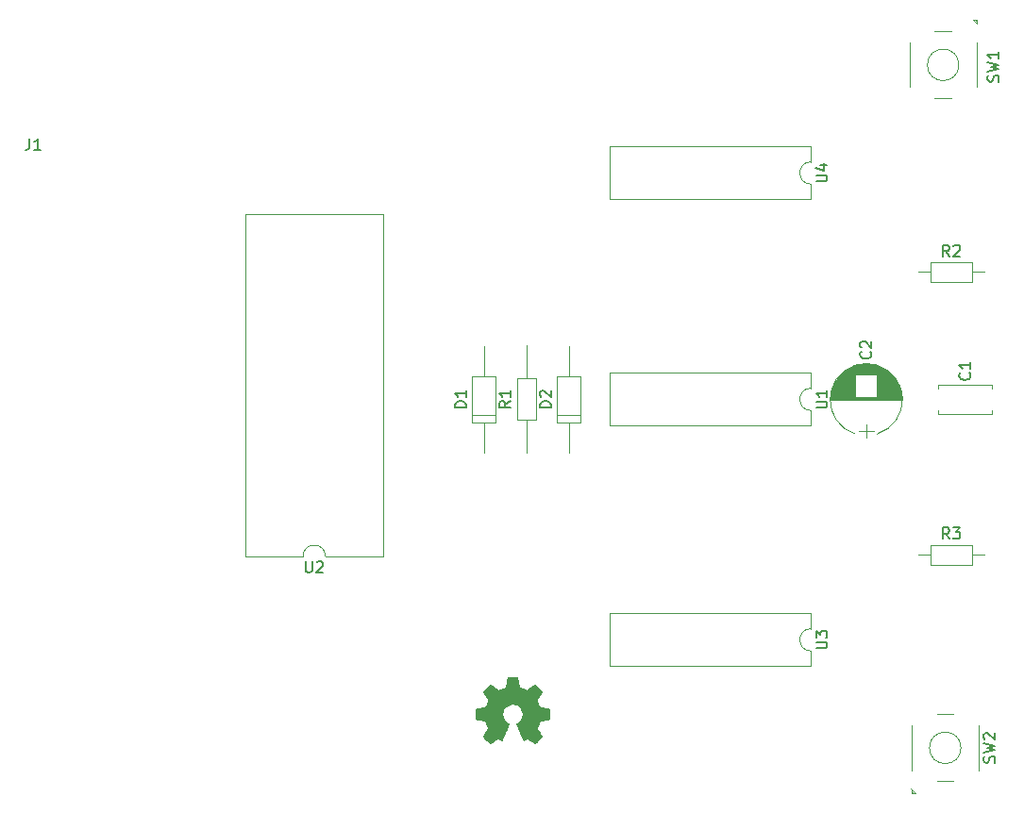
<source format=gto>
G04 #@! TF.FileFunction,Legend,Top*
%FSLAX46Y46*%
G04 Gerber Fmt 4.6, Leading zero omitted, Abs format (unit mm)*
G04 Created by KiCad (PCBNEW 4.0.6) date 06/02/17 16:23:04*
%MOMM*%
%LPD*%
G01*
G04 APERTURE LIST*
%ADD10C,0.100000*%
%ADD11C,0.120000*%
%ADD12C,0.010000*%
%ADD13C,0.150000*%
G04 APERTURE END LIST*
D10*
D11*
X120380000Y-99180000D02*
X125560000Y-99180000D01*
X125560000Y-99180000D02*
X125560000Y-68460000D01*
X125560000Y-68460000D02*
X113200000Y-68460000D01*
X113200000Y-68460000D02*
X113200000Y-99180000D01*
X113200000Y-99180000D02*
X118380000Y-99180000D01*
X118380000Y-99180000D02*
G75*
G02X120380000Y-99180000I1000000J0D01*
G01*
X175350000Y-83780000D02*
X180170000Y-83780000D01*
X175350000Y-86400000D02*
X180170000Y-86400000D01*
X175350000Y-83780000D02*
X175350000Y-84094000D01*
X175350000Y-86086000D02*
X175350000Y-86400000D01*
X180170000Y-83780000D02*
X180170000Y-84094000D01*
X180170000Y-86086000D02*
X180170000Y-86400000D01*
X174670000Y-72800000D02*
X174670000Y-74520000D01*
X174670000Y-74520000D02*
X178390000Y-74520000D01*
X178390000Y-74520000D02*
X178390000Y-72800000D01*
X178390000Y-72800000D02*
X174670000Y-72800000D01*
X173600000Y-73660000D02*
X174670000Y-73660000D01*
X179460000Y-73660000D02*
X178390000Y-73660000D01*
X178390000Y-99920000D02*
X178390000Y-98200000D01*
X178390000Y-98200000D02*
X174670000Y-98200000D01*
X174670000Y-98200000D02*
X174670000Y-99920000D01*
X174670000Y-99920000D02*
X178390000Y-99920000D01*
X179460000Y-99060000D02*
X178390000Y-99060000D01*
X173600000Y-99060000D02*
X174670000Y-99060000D01*
X178800000Y-51120000D02*
X178700000Y-51120000D01*
X178850000Y-51020000D02*
X178850000Y-51370000D01*
X178850000Y-51370000D02*
G75*
G03X178500000Y-51020000I-1050000J-700000D01*
G01*
X178850000Y-51020000D02*
X178500000Y-51020000D01*
X177214214Y-55070000D02*
G75*
G03X177214214Y-55070000I-1414214J0D01*
G01*
X172800000Y-53070000D02*
X172800000Y-57070000D01*
X178800000Y-53070000D02*
X178800000Y-57070000D01*
X175050000Y-52070000D02*
X176550000Y-52070000D01*
X176550000Y-58070000D02*
X175050000Y-58070000D01*
D10*
X175800000Y-52070000D02*
X175800000Y-52070000D01*
X172800000Y-57070000D02*
X172800000Y-53070000D01*
X178800000Y-57070000D02*
X178800000Y-53070000D01*
X175800000Y-58070000D02*
X175800000Y-58070000D01*
X177214214Y-55070000D02*
G75*
G03X177214214Y-55070000I-1414214J0D01*
G01*
D11*
X172990000Y-120330000D02*
X173090000Y-120330000D01*
X172940000Y-120430000D02*
X172940000Y-120080000D01*
X172940000Y-120080000D02*
G75*
G03X173290000Y-120430000I1050000J700000D01*
G01*
X172940000Y-120430000D02*
X173290000Y-120430000D01*
X177404214Y-116380000D02*
G75*
G03X177404214Y-116380000I-1414214J0D01*
G01*
X178990000Y-118380000D02*
X178990000Y-114380000D01*
X172990000Y-118380000D02*
X172990000Y-114380000D01*
X176740000Y-119380000D02*
X175240000Y-119380000D01*
X175240000Y-113380000D02*
X176740000Y-113380000D01*
D10*
X175990000Y-119380000D02*
X175990000Y-119380000D01*
X178990000Y-114380000D02*
X178990000Y-118380000D01*
X172990000Y-114380000D02*
X172990000Y-118380000D01*
X175990000Y-113380000D02*
X175990000Y-113380000D01*
X177404214Y-116380000D02*
G75*
G03X177404214Y-116380000I-1414214J0D01*
G01*
D11*
X163950000Y-84090000D02*
X163950000Y-82720000D01*
X163950000Y-82720000D02*
X145930000Y-82720000D01*
X145930000Y-82720000D02*
X145930000Y-87460000D01*
X145930000Y-87460000D02*
X163950000Y-87460000D01*
X163950000Y-87460000D02*
X163950000Y-86090000D01*
X163950000Y-86090000D02*
G75*
G02X163950000Y-84090000I0J1000000D01*
G01*
X163950000Y-105680000D02*
X163950000Y-104310000D01*
X163950000Y-104310000D02*
X145930000Y-104310000D01*
X145930000Y-104310000D02*
X145930000Y-109050000D01*
X145930000Y-109050000D02*
X163950000Y-109050000D01*
X163950000Y-109050000D02*
X163950000Y-107680000D01*
X163950000Y-107680000D02*
G75*
G02X163950000Y-105680000I0J1000000D01*
G01*
X163950000Y-63770000D02*
X163950000Y-62400000D01*
X163950000Y-62400000D02*
X145930000Y-62400000D01*
X145930000Y-62400000D02*
X145930000Y-67140000D01*
X145930000Y-67140000D02*
X163950000Y-67140000D01*
X163950000Y-67140000D02*
X163950000Y-65770000D01*
X163950000Y-65770000D02*
G75*
G02X163950000Y-63770000I0J1000000D01*
G01*
X138430000Y-88011000D02*
X138430000Y-89916000D01*
X138430000Y-82169000D02*
X138430000Y-80264000D01*
X139290000Y-83230000D02*
X137570000Y-83230000D01*
X137570000Y-83230000D02*
X137570000Y-86950000D01*
X137570000Y-86950000D02*
X139290000Y-86950000D01*
X139290000Y-86950000D02*
X139290000Y-83230000D01*
X138430000Y-82160000D02*
X138430000Y-83230000D01*
X138430000Y-88020000D02*
X138430000Y-86950000D01*
X134620000Y-87947500D02*
X134620000Y-89916000D01*
X134620000Y-82232500D02*
X134620000Y-80327500D01*
X133560000Y-87150000D02*
X135680000Y-87150000D01*
X135680000Y-87150000D02*
X135680000Y-83030000D01*
X135680000Y-83030000D02*
X133560000Y-83030000D01*
X133560000Y-83030000D02*
X133560000Y-87150000D01*
X134620000Y-87920000D02*
X134620000Y-87150000D01*
X134620000Y-82260000D02*
X134620000Y-83030000D01*
X133560000Y-86490000D02*
X135680000Y-86490000D01*
X142240000Y-87947500D02*
X142240000Y-89916000D01*
X142240000Y-82232500D02*
X142240000Y-80327500D01*
X141180000Y-87150000D02*
X143300000Y-87150000D01*
X143300000Y-87150000D02*
X143300000Y-83030000D01*
X143300000Y-83030000D02*
X141180000Y-83030000D01*
X141180000Y-83030000D02*
X141180000Y-87150000D01*
X142240000Y-87920000D02*
X142240000Y-87150000D01*
X142240000Y-82260000D02*
X142240000Y-83030000D01*
X141180000Y-86490000D02*
X143300000Y-86490000D01*
X165710000Y-85110000D02*
X172110000Y-85110000D01*
X165710000Y-85070000D02*
X172110000Y-85070000D01*
X165710000Y-85030000D02*
X172110000Y-85030000D01*
X165712000Y-84990000D02*
X172108000Y-84990000D01*
X165713000Y-84950000D02*
X172107000Y-84950000D01*
X165716000Y-84910000D02*
X172104000Y-84910000D01*
X165718000Y-84870000D02*
X172102000Y-84870000D01*
X165722000Y-84830000D02*
X167930000Y-84830000D01*
X169890000Y-84830000D02*
X172098000Y-84830000D01*
X165725000Y-84790000D02*
X167930000Y-84790000D01*
X169890000Y-84790000D02*
X172095000Y-84790000D01*
X165730000Y-84750000D02*
X167930000Y-84750000D01*
X169890000Y-84750000D02*
X172090000Y-84750000D01*
X165734000Y-84710000D02*
X167930000Y-84710000D01*
X169890000Y-84710000D02*
X172086000Y-84710000D01*
X165740000Y-84670000D02*
X167930000Y-84670000D01*
X169890000Y-84670000D02*
X172080000Y-84670000D01*
X165745000Y-84630000D02*
X167930000Y-84630000D01*
X169890000Y-84630000D02*
X172075000Y-84630000D01*
X165752000Y-84590000D02*
X167930000Y-84590000D01*
X169890000Y-84590000D02*
X172068000Y-84590000D01*
X165758000Y-84550000D02*
X167930000Y-84550000D01*
X169890000Y-84550000D02*
X172062000Y-84550000D01*
X165766000Y-84510000D02*
X167930000Y-84510000D01*
X169890000Y-84510000D02*
X172054000Y-84510000D01*
X165773000Y-84470000D02*
X167930000Y-84470000D01*
X169890000Y-84470000D02*
X172047000Y-84470000D01*
X165782000Y-84430000D02*
X167930000Y-84430000D01*
X169890000Y-84430000D02*
X172038000Y-84430000D01*
X165791000Y-84389000D02*
X167930000Y-84389000D01*
X169890000Y-84389000D02*
X172029000Y-84389000D01*
X165800000Y-84349000D02*
X167930000Y-84349000D01*
X169890000Y-84349000D02*
X172020000Y-84349000D01*
X165810000Y-84309000D02*
X167930000Y-84309000D01*
X169890000Y-84309000D02*
X172010000Y-84309000D01*
X165820000Y-84269000D02*
X167930000Y-84269000D01*
X169890000Y-84269000D02*
X172000000Y-84269000D01*
X165831000Y-84229000D02*
X167930000Y-84229000D01*
X169890000Y-84229000D02*
X171989000Y-84229000D01*
X165843000Y-84189000D02*
X167930000Y-84189000D01*
X169890000Y-84189000D02*
X171977000Y-84189000D01*
X165855000Y-84149000D02*
X167930000Y-84149000D01*
X169890000Y-84149000D02*
X171965000Y-84149000D01*
X165868000Y-84109000D02*
X167930000Y-84109000D01*
X169890000Y-84109000D02*
X171952000Y-84109000D01*
X165881000Y-84069000D02*
X167930000Y-84069000D01*
X169890000Y-84069000D02*
X171939000Y-84069000D01*
X165895000Y-84029000D02*
X167930000Y-84029000D01*
X169890000Y-84029000D02*
X171925000Y-84029000D01*
X165909000Y-83989000D02*
X167930000Y-83989000D01*
X169890000Y-83989000D02*
X171911000Y-83989000D01*
X165924000Y-83949000D02*
X167930000Y-83949000D01*
X169890000Y-83949000D02*
X171896000Y-83949000D01*
X165940000Y-83909000D02*
X167930000Y-83909000D01*
X169890000Y-83909000D02*
X171880000Y-83909000D01*
X165956000Y-83869000D02*
X167930000Y-83869000D01*
X169890000Y-83869000D02*
X171864000Y-83869000D01*
X165973000Y-83829000D02*
X167930000Y-83829000D01*
X169890000Y-83829000D02*
X171847000Y-83829000D01*
X165991000Y-83789000D02*
X167930000Y-83789000D01*
X169890000Y-83789000D02*
X171829000Y-83789000D01*
X166009000Y-83749000D02*
X167930000Y-83749000D01*
X169890000Y-83749000D02*
X171811000Y-83749000D01*
X166028000Y-83709000D02*
X167930000Y-83709000D01*
X169890000Y-83709000D02*
X171792000Y-83709000D01*
X166047000Y-83669000D02*
X167930000Y-83669000D01*
X169890000Y-83669000D02*
X171773000Y-83669000D01*
X166067000Y-83629000D02*
X167930000Y-83629000D01*
X169890000Y-83629000D02*
X171753000Y-83629000D01*
X166088000Y-83589000D02*
X167930000Y-83589000D01*
X169890000Y-83589000D02*
X171732000Y-83589000D01*
X166110000Y-83549000D02*
X167930000Y-83549000D01*
X169890000Y-83549000D02*
X171710000Y-83549000D01*
X166132000Y-83509000D02*
X167930000Y-83509000D01*
X169890000Y-83509000D02*
X171688000Y-83509000D01*
X166155000Y-83469000D02*
X167930000Y-83469000D01*
X169890000Y-83469000D02*
X171665000Y-83469000D01*
X166179000Y-83429000D02*
X167930000Y-83429000D01*
X169890000Y-83429000D02*
X171641000Y-83429000D01*
X166204000Y-83389000D02*
X167930000Y-83389000D01*
X169890000Y-83389000D02*
X171616000Y-83389000D01*
X166229000Y-83349000D02*
X167930000Y-83349000D01*
X169890000Y-83349000D02*
X171591000Y-83349000D01*
X166256000Y-83309000D02*
X167930000Y-83309000D01*
X169890000Y-83309000D02*
X171564000Y-83309000D01*
X166283000Y-83269000D02*
X167930000Y-83269000D01*
X169890000Y-83269000D02*
X171537000Y-83269000D01*
X166311000Y-83229000D02*
X167930000Y-83229000D01*
X169890000Y-83229000D02*
X171509000Y-83229000D01*
X166340000Y-83189000D02*
X167930000Y-83189000D01*
X169890000Y-83189000D02*
X171480000Y-83189000D01*
X166370000Y-83149000D02*
X167930000Y-83149000D01*
X169890000Y-83149000D02*
X171450000Y-83149000D01*
X166400000Y-83109000D02*
X167930000Y-83109000D01*
X169890000Y-83109000D02*
X171420000Y-83109000D01*
X166432000Y-83069000D02*
X167930000Y-83069000D01*
X169890000Y-83069000D02*
X171388000Y-83069000D01*
X166465000Y-83029000D02*
X167930000Y-83029000D01*
X169890000Y-83029000D02*
X171355000Y-83029000D01*
X166499000Y-82989000D02*
X167930000Y-82989000D01*
X169890000Y-82989000D02*
X171321000Y-82989000D01*
X166535000Y-82949000D02*
X167930000Y-82949000D01*
X169890000Y-82949000D02*
X171285000Y-82949000D01*
X166571000Y-82909000D02*
X167930000Y-82909000D01*
X169890000Y-82909000D02*
X171249000Y-82909000D01*
X166609000Y-82869000D02*
X171211000Y-82869000D01*
X166648000Y-82829000D02*
X171172000Y-82829000D01*
X166688000Y-82789000D02*
X171132000Y-82789000D01*
X166730000Y-82749000D02*
X171090000Y-82749000D01*
X166773000Y-82709000D02*
X171047000Y-82709000D01*
X166818000Y-82669000D02*
X171002000Y-82669000D01*
X166865000Y-82629000D02*
X170955000Y-82629000D01*
X166913000Y-82589000D02*
X170907000Y-82589000D01*
X166964000Y-82549000D02*
X170856000Y-82549000D01*
X167016000Y-82509000D02*
X170804000Y-82509000D01*
X167071000Y-82469000D02*
X170749000Y-82469000D01*
X167129000Y-82429000D02*
X170691000Y-82429000D01*
X167189000Y-82389000D02*
X170631000Y-82389000D01*
X167252000Y-82349000D02*
X170568000Y-82349000D01*
X167319000Y-82309000D02*
X170501000Y-82309000D01*
X167390000Y-82269000D02*
X170430000Y-82269000D01*
X167465000Y-82229000D02*
X170355000Y-82229000D01*
X167546000Y-82189000D02*
X170274000Y-82189000D01*
X167632000Y-82149000D02*
X170188000Y-82149000D01*
X167726000Y-82109000D02*
X170094000Y-82109000D01*
X167829000Y-82069000D02*
X169991000Y-82069000D01*
X167944000Y-82029000D02*
X169876000Y-82029000D01*
X168076000Y-81989000D02*
X169744000Y-81989000D01*
X168234000Y-81949000D02*
X169586000Y-81949000D01*
X168442000Y-81909000D02*
X169378000Y-81909000D01*
X168910000Y-88560000D02*
X168910000Y-87360000D01*
X168260000Y-87960000D02*
X169560000Y-87960000D01*
X167930643Y-82021560D02*
G75*
G03X167930000Y-88198236I979357J-3088440D01*
G01*
X169889357Y-82021560D02*
G75*
G02X169890000Y-88198236I-979357J-3088440D01*
G01*
X169889357Y-82021560D02*
G75*
G03X167930000Y-82021764I-979357J-3088440D01*
G01*
D12*
G36*
X137715814Y-110498931D02*
X137799635Y-110943555D01*
X138108920Y-111071053D01*
X138418206Y-111198551D01*
X138789246Y-110946246D01*
X138893157Y-110875996D01*
X138987087Y-110813272D01*
X139066652Y-110760938D01*
X139127470Y-110721857D01*
X139165157Y-110698893D01*
X139175421Y-110693942D01*
X139193910Y-110706676D01*
X139233420Y-110741882D01*
X139289522Y-110795062D01*
X139357787Y-110861718D01*
X139433786Y-110937354D01*
X139513092Y-111017472D01*
X139591275Y-111097574D01*
X139663907Y-111173164D01*
X139726559Y-111239745D01*
X139774803Y-111292818D01*
X139804210Y-111327887D01*
X139811241Y-111339623D01*
X139801123Y-111361260D01*
X139772759Y-111408662D01*
X139729129Y-111477193D01*
X139673218Y-111562215D01*
X139608006Y-111659093D01*
X139570219Y-111714350D01*
X139501343Y-111815248D01*
X139440140Y-111906299D01*
X139389578Y-111982970D01*
X139352628Y-112040728D01*
X139332258Y-112075043D01*
X139329197Y-112082254D01*
X139336136Y-112102748D01*
X139355051Y-112150513D01*
X139383087Y-112218832D01*
X139417391Y-112300989D01*
X139455109Y-112390270D01*
X139493387Y-112479958D01*
X139529370Y-112563338D01*
X139560206Y-112633694D01*
X139583039Y-112684310D01*
X139595017Y-112708471D01*
X139595724Y-112709422D01*
X139614531Y-112714036D01*
X139664618Y-112724328D01*
X139740793Y-112739287D01*
X139837865Y-112757901D01*
X139950643Y-112779159D01*
X140016442Y-112791418D01*
X140136950Y-112814362D01*
X140245797Y-112836195D01*
X140337476Y-112855722D01*
X140406481Y-112871748D01*
X140447304Y-112883079D01*
X140455511Y-112886674D01*
X140463548Y-112911006D01*
X140470033Y-112965959D01*
X140474970Y-113045108D01*
X140478364Y-113142026D01*
X140480218Y-113250287D01*
X140480538Y-113363465D01*
X140479327Y-113475135D01*
X140476590Y-113578868D01*
X140472331Y-113668241D01*
X140466555Y-113736826D01*
X140459267Y-113778197D01*
X140454895Y-113786810D01*
X140428764Y-113797133D01*
X140373393Y-113811892D01*
X140296107Y-113829352D01*
X140204230Y-113847780D01*
X140172158Y-113853741D01*
X140017524Y-113882066D01*
X139895375Y-113904876D01*
X139801673Y-113923080D01*
X139732384Y-113937583D01*
X139683471Y-113949292D01*
X139650897Y-113959115D01*
X139630628Y-113967956D01*
X139618626Y-113976724D01*
X139616947Y-113978457D01*
X139600184Y-114006371D01*
X139574614Y-114060695D01*
X139542788Y-114134777D01*
X139507260Y-114221965D01*
X139470583Y-114315608D01*
X139435311Y-114409052D01*
X139403996Y-114495647D01*
X139379193Y-114568740D01*
X139363454Y-114621678D01*
X139359332Y-114647811D01*
X139359676Y-114648726D01*
X139373641Y-114670086D01*
X139405322Y-114717084D01*
X139451391Y-114784827D01*
X139508518Y-114868423D01*
X139573373Y-114962982D01*
X139591843Y-114989854D01*
X139657699Y-115087275D01*
X139715650Y-115176163D01*
X139762538Y-115251412D01*
X139795207Y-115307920D01*
X139810500Y-115340581D01*
X139811241Y-115344593D01*
X139798392Y-115365684D01*
X139762888Y-115407464D01*
X139709293Y-115465445D01*
X139642171Y-115535135D01*
X139566087Y-115612045D01*
X139485604Y-115691683D01*
X139405287Y-115769561D01*
X139329699Y-115841186D01*
X139263405Y-115902070D01*
X139210969Y-115947721D01*
X139176955Y-115973650D01*
X139167545Y-115977883D01*
X139145643Y-115967912D01*
X139100800Y-115941020D01*
X139040321Y-115901736D01*
X138993789Y-115870117D01*
X138909475Y-115812098D01*
X138809626Y-115743784D01*
X138709473Y-115675579D01*
X138655627Y-115639075D01*
X138473371Y-115515800D01*
X138320381Y-115598520D01*
X138250682Y-115634759D01*
X138191414Y-115662926D01*
X138151311Y-115678991D01*
X138141103Y-115681226D01*
X138128829Y-115664722D01*
X138104613Y-115618082D01*
X138070263Y-115545609D01*
X138027588Y-115451606D01*
X137978394Y-115340374D01*
X137924490Y-115216215D01*
X137867684Y-115083432D01*
X137809782Y-114946327D01*
X137752593Y-114809202D01*
X137697924Y-114676358D01*
X137647584Y-114552098D01*
X137603380Y-114440725D01*
X137567119Y-114346539D01*
X137540609Y-114273844D01*
X137525658Y-114226941D01*
X137523254Y-114210833D01*
X137542311Y-114190286D01*
X137584036Y-114156933D01*
X137639706Y-114117702D01*
X137644378Y-114114599D01*
X137788264Y-113999423D01*
X137904283Y-113865053D01*
X137991430Y-113715784D01*
X138048699Y-113555913D01*
X138075086Y-113389737D01*
X138069585Y-113221552D01*
X138031190Y-113055655D01*
X137958895Y-112896342D01*
X137937626Y-112861487D01*
X137826996Y-112720737D01*
X137696302Y-112607714D01*
X137550064Y-112523003D01*
X137392808Y-112467194D01*
X137229057Y-112440874D01*
X137063333Y-112444630D01*
X136900162Y-112479050D01*
X136744065Y-112544723D01*
X136599567Y-112642235D01*
X136554869Y-112681813D01*
X136441112Y-112805703D01*
X136358218Y-112936124D01*
X136301356Y-113082315D01*
X136269687Y-113227088D01*
X136261869Y-113389860D01*
X136287938Y-113553440D01*
X136345245Y-113712298D01*
X136431144Y-113860906D01*
X136542986Y-113993735D01*
X136678123Y-114105256D01*
X136695883Y-114117011D01*
X136752150Y-114155508D01*
X136794923Y-114188863D01*
X136815372Y-114210160D01*
X136815669Y-114210833D01*
X136811279Y-114233871D01*
X136793876Y-114286157D01*
X136765268Y-114363390D01*
X136727265Y-114461268D01*
X136681674Y-114575491D01*
X136630303Y-114701758D01*
X136574962Y-114835767D01*
X136517458Y-114973218D01*
X136459601Y-115109808D01*
X136403198Y-115241237D01*
X136350058Y-115363205D01*
X136301990Y-115471409D01*
X136260801Y-115561549D01*
X136228301Y-115629323D01*
X136206297Y-115670430D01*
X136197436Y-115681226D01*
X136170360Y-115672819D01*
X136119697Y-115650272D01*
X136054183Y-115617613D01*
X136018159Y-115598520D01*
X135865168Y-115515800D01*
X135682912Y-115639075D01*
X135589875Y-115702228D01*
X135488015Y-115771727D01*
X135392562Y-115837165D01*
X135344750Y-115870117D01*
X135277505Y-115915273D01*
X135220564Y-115951057D01*
X135181354Y-115972938D01*
X135168619Y-115977563D01*
X135150083Y-115965085D01*
X135109059Y-115930252D01*
X135049525Y-115876678D01*
X134975458Y-115807983D01*
X134890835Y-115727781D01*
X134837315Y-115676286D01*
X134743681Y-115584286D01*
X134662759Y-115501999D01*
X134597823Y-115432945D01*
X134552142Y-115380644D01*
X134528989Y-115348616D01*
X134526768Y-115342116D01*
X134537076Y-115317394D01*
X134565561Y-115267405D01*
X134609063Y-115197212D01*
X134664423Y-115111875D01*
X134728480Y-115016456D01*
X134746697Y-114989854D01*
X134813073Y-114893167D01*
X134872622Y-114806117D01*
X134922016Y-114733595D01*
X134957925Y-114680493D01*
X134977019Y-114651703D01*
X134978864Y-114648726D01*
X134976105Y-114625782D01*
X134961462Y-114575336D01*
X134937487Y-114504041D01*
X134906734Y-114418547D01*
X134871756Y-114325507D01*
X134835107Y-114231574D01*
X134799339Y-114143399D01*
X134767006Y-114067634D01*
X134740662Y-114010931D01*
X134722858Y-113979943D01*
X134721593Y-113978457D01*
X134710706Y-113969601D01*
X134692318Y-113960843D01*
X134662394Y-113951277D01*
X134616897Y-113939996D01*
X134551791Y-113926093D01*
X134463039Y-113908663D01*
X134346607Y-113886798D01*
X134198458Y-113859591D01*
X134166382Y-113853741D01*
X134071314Y-113835374D01*
X133988435Y-113817405D01*
X133925070Y-113801569D01*
X133888542Y-113789600D01*
X133883644Y-113786810D01*
X133875573Y-113762072D01*
X133869013Y-113706790D01*
X133863967Y-113627389D01*
X133860441Y-113530296D01*
X133858439Y-113421938D01*
X133857964Y-113308740D01*
X133859023Y-113197128D01*
X133861618Y-113093529D01*
X133865754Y-113004368D01*
X133871437Y-112936072D01*
X133878669Y-112895066D01*
X133883029Y-112886674D01*
X133907302Y-112878208D01*
X133962574Y-112864435D01*
X134043338Y-112846550D01*
X134144088Y-112825748D01*
X134259317Y-112803223D01*
X134322098Y-112791418D01*
X134441213Y-112769151D01*
X134547435Y-112748979D01*
X134635573Y-112731915D01*
X134700434Y-112718969D01*
X134736826Y-112711155D01*
X134742816Y-112709422D01*
X134752939Y-112689890D01*
X134774338Y-112642843D01*
X134804161Y-112575003D01*
X134839555Y-112493091D01*
X134877668Y-112403828D01*
X134915647Y-112313935D01*
X134950640Y-112230135D01*
X134979794Y-112159147D01*
X135000257Y-112107694D01*
X135009177Y-112082497D01*
X135009343Y-112081396D01*
X134999231Y-112061519D01*
X134970883Y-112015777D01*
X134927277Y-111948717D01*
X134871394Y-111864884D01*
X134806213Y-111768826D01*
X134768321Y-111713650D01*
X134699275Y-111612481D01*
X134637950Y-111520630D01*
X134587337Y-111442744D01*
X134550429Y-111383469D01*
X134530218Y-111347451D01*
X134527299Y-111339377D01*
X134539847Y-111320584D01*
X134574537Y-111280457D01*
X134626937Y-111223493D01*
X134692616Y-111154185D01*
X134767144Y-111077031D01*
X134846087Y-110996525D01*
X134925017Y-110917163D01*
X134999500Y-110843440D01*
X135065106Y-110779852D01*
X135117404Y-110730894D01*
X135151961Y-110701061D01*
X135163522Y-110693942D01*
X135182346Y-110703953D01*
X135227369Y-110732078D01*
X135294213Y-110775454D01*
X135378501Y-110831218D01*
X135475856Y-110896506D01*
X135549293Y-110946246D01*
X135920333Y-111198551D01*
X136538905Y-110943555D01*
X136622725Y-110498931D01*
X136706546Y-110054307D01*
X137631994Y-110054307D01*
X137715814Y-110498931D01*
X137715814Y-110498931D01*
G37*
X137715814Y-110498931D02*
X137799635Y-110943555D01*
X138108920Y-111071053D01*
X138418206Y-111198551D01*
X138789246Y-110946246D01*
X138893157Y-110875996D01*
X138987087Y-110813272D01*
X139066652Y-110760938D01*
X139127470Y-110721857D01*
X139165157Y-110698893D01*
X139175421Y-110693942D01*
X139193910Y-110706676D01*
X139233420Y-110741882D01*
X139289522Y-110795062D01*
X139357787Y-110861718D01*
X139433786Y-110937354D01*
X139513092Y-111017472D01*
X139591275Y-111097574D01*
X139663907Y-111173164D01*
X139726559Y-111239745D01*
X139774803Y-111292818D01*
X139804210Y-111327887D01*
X139811241Y-111339623D01*
X139801123Y-111361260D01*
X139772759Y-111408662D01*
X139729129Y-111477193D01*
X139673218Y-111562215D01*
X139608006Y-111659093D01*
X139570219Y-111714350D01*
X139501343Y-111815248D01*
X139440140Y-111906299D01*
X139389578Y-111982970D01*
X139352628Y-112040728D01*
X139332258Y-112075043D01*
X139329197Y-112082254D01*
X139336136Y-112102748D01*
X139355051Y-112150513D01*
X139383087Y-112218832D01*
X139417391Y-112300989D01*
X139455109Y-112390270D01*
X139493387Y-112479958D01*
X139529370Y-112563338D01*
X139560206Y-112633694D01*
X139583039Y-112684310D01*
X139595017Y-112708471D01*
X139595724Y-112709422D01*
X139614531Y-112714036D01*
X139664618Y-112724328D01*
X139740793Y-112739287D01*
X139837865Y-112757901D01*
X139950643Y-112779159D01*
X140016442Y-112791418D01*
X140136950Y-112814362D01*
X140245797Y-112836195D01*
X140337476Y-112855722D01*
X140406481Y-112871748D01*
X140447304Y-112883079D01*
X140455511Y-112886674D01*
X140463548Y-112911006D01*
X140470033Y-112965959D01*
X140474970Y-113045108D01*
X140478364Y-113142026D01*
X140480218Y-113250287D01*
X140480538Y-113363465D01*
X140479327Y-113475135D01*
X140476590Y-113578868D01*
X140472331Y-113668241D01*
X140466555Y-113736826D01*
X140459267Y-113778197D01*
X140454895Y-113786810D01*
X140428764Y-113797133D01*
X140373393Y-113811892D01*
X140296107Y-113829352D01*
X140204230Y-113847780D01*
X140172158Y-113853741D01*
X140017524Y-113882066D01*
X139895375Y-113904876D01*
X139801673Y-113923080D01*
X139732384Y-113937583D01*
X139683471Y-113949292D01*
X139650897Y-113959115D01*
X139630628Y-113967956D01*
X139618626Y-113976724D01*
X139616947Y-113978457D01*
X139600184Y-114006371D01*
X139574614Y-114060695D01*
X139542788Y-114134777D01*
X139507260Y-114221965D01*
X139470583Y-114315608D01*
X139435311Y-114409052D01*
X139403996Y-114495647D01*
X139379193Y-114568740D01*
X139363454Y-114621678D01*
X139359332Y-114647811D01*
X139359676Y-114648726D01*
X139373641Y-114670086D01*
X139405322Y-114717084D01*
X139451391Y-114784827D01*
X139508518Y-114868423D01*
X139573373Y-114962982D01*
X139591843Y-114989854D01*
X139657699Y-115087275D01*
X139715650Y-115176163D01*
X139762538Y-115251412D01*
X139795207Y-115307920D01*
X139810500Y-115340581D01*
X139811241Y-115344593D01*
X139798392Y-115365684D01*
X139762888Y-115407464D01*
X139709293Y-115465445D01*
X139642171Y-115535135D01*
X139566087Y-115612045D01*
X139485604Y-115691683D01*
X139405287Y-115769561D01*
X139329699Y-115841186D01*
X139263405Y-115902070D01*
X139210969Y-115947721D01*
X139176955Y-115973650D01*
X139167545Y-115977883D01*
X139145643Y-115967912D01*
X139100800Y-115941020D01*
X139040321Y-115901736D01*
X138993789Y-115870117D01*
X138909475Y-115812098D01*
X138809626Y-115743784D01*
X138709473Y-115675579D01*
X138655627Y-115639075D01*
X138473371Y-115515800D01*
X138320381Y-115598520D01*
X138250682Y-115634759D01*
X138191414Y-115662926D01*
X138151311Y-115678991D01*
X138141103Y-115681226D01*
X138128829Y-115664722D01*
X138104613Y-115618082D01*
X138070263Y-115545609D01*
X138027588Y-115451606D01*
X137978394Y-115340374D01*
X137924490Y-115216215D01*
X137867684Y-115083432D01*
X137809782Y-114946327D01*
X137752593Y-114809202D01*
X137697924Y-114676358D01*
X137647584Y-114552098D01*
X137603380Y-114440725D01*
X137567119Y-114346539D01*
X137540609Y-114273844D01*
X137525658Y-114226941D01*
X137523254Y-114210833D01*
X137542311Y-114190286D01*
X137584036Y-114156933D01*
X137639706Y-114117702D01*
X137644378Y-114114599D01*
X137788264Y-113999423D01*
X137904283Y-113865053D01*
X137991430Y-113715784D01*
X138048699Y-113555913D01*
X138075086Y-113389737D01*
X138069585Y-113221552D01*
X138031190Y-113055655D01*
X137958895Y-112896342D01*
X137937626Y-112861487D01*
X137826996Y-112720737D01*
X137696302Y-112607714D01*
X137550064Y-112523003D01*
X137392808Y-112467194D01*
X137229057Y-112440874D01*
X137063333Y-112444630D01*
X136900162Y-112479050D01*
X136744065Y-112544723D01*
X136599567Y-112642235D01*
X136554869Y-112681813D01*
X136441112Y-112805703D01*
X136358218Y-112936124D01*
X136301356Y-113082315D01*
X136269687Y-113227088D01*
X136261869Y-113389860D01*
X136287938Y-113553440D01*
X136345245Y-113712298D01*
X136431144Y-113860906D01*
X136542986Y-113993735D01*
X136678123Y-114105256D01*
X136695883Y-114117011D01*
X136752150Y-114155508D01*
X136794923Y-114188863D01*
X136815372Y-114210160D01*
X136815669Y-114210833D01*
X136811279Y-114233871D01*
X136793876Y-114286157D01*
X136765268Y-114363390D01*
X136727265Y-114461268D01*
X136681674Y-114575491D01*
X136630303Y-114701758D01*
X136574962Y-114835767D01*
X136517458Y-114973218D01*
X136459601Y-115109808D01*
X136403198Y-115241237D01*
X136350058Y-115363205D01*
X136301990Y-115471409D01*
X136260801Y-115561549D01*
X136228301Y-115629323D01*
X136206297Y-115670430D01*
X136197436Y-115681226D01*
X136170360Y-115672819D01*
X136119697Y-115650272D01*
X136054183Y-115617613D01*
X136018159Y-115598520D01*
X135865168Y-115515800D01*
X135682912Y-115639075D01*
X135589875Y-115702228D01*
X135488015Y-115771727D01*
X135392562Y-115837165D01*
X135344750Y-115870117D01*
X135277505Y-115915273D01*
X135220564Y-115951057D01*
X135181354Y-115972938D01*
X135168619Y-115977563D01*
X135150083Y-115965085D01*
X135109059Y-115930252D01*
X135049525Y-115876678D01*
X134975458Y-115807983D01*
X134890835Y-115727781D01*
X134837315Y-115676286D01*
X134743681Y-115584286D01*
X134662759Y-115501999D01*
X134597823Y-115432945D01*
X134552142Y-115380644D01*
X134528989Y-115348616D01*
X134526768Y-115342116D01*
X134537076Y-115317394D01*
X134565561Y-115267405D01*
X134609063Y-115197212D01*
X134664423Y-115111875D01*
X134728480Y-115016456D01*
X134746697Y-114989854D01*
X134813073Y-114893167D01*
X134872622Y-114806117D01*
X134922016Y-114733595D01*
X134957925Y-114680493D01*
X134977019Y-114651703D01*
X134978864Y-114648726D01*
X134976105Y-114625782D01*
X134961462Y-114575336D01*
X134937487Y-114504041D01*
X134906734Y-114418547D01*
X134871756Y-114325507D01*
X134835107Y-114231574D01*
X134799339Y-114143399D01*
X134767006Y-114067634D01*
X134740662Y-114010931D01*
X134722858Y-113979943D01*
X134721593Y-113978457D01*
X134710706Y-113969601D01*
X134692318Y-113960843D01*
X134662394Y-113951277D01*
X134616897Y-113939996D01*
X134551791Y-113926093D01*
X134463039Y-113908663D01*
X134346607Y-113886798D01*
X134198458Y-113859591D01*
X134166382Y-113853741D01*
X134071314Y-113835374D01*
X133988435Y-113817405D01*
X133925070Y-113801569D01*
X133888542Y-113789600D01*
X133883644Y-113786810D01*
X133875573Y-113762072D01*
X133869013Y-113706790D01*
X133863967Y-113627389D01*
X133860441Y-113530296D01*
X133858439Y-113421938D01*
X133857964Y-113308740D01*
X133859023Y-113197128D01*
X133861618Y-113093529D01*
X133865754Y-113004368D01*
X133871437Y-112936072D01*
X133878669Y-112895066D01*
X133883029Y-112886674D01*
X133907302Y-112878208D01*
X133962574Y-112864435D01*
X134043338Y-112846550D01*
X134144088Y-112825748D01*
X134259317Y-112803223D01*
X134322098Y-112791418D01*
X134441213Y-112769151D01*
X134547435Y-112748979D01*
X134635573Y-112731915D01*
X134700434Y-112718969D01*
X134736826Y-112711155D01*
X134742816Y-112709422D01*
X134752939Y-112689890D01*
X134774338Y-112642843D01*
X134804161Y-112575003D01*
X134839555Y-112493091D01*
X134877668Y-112403828D01*
X134915647Y-112313935D01*
X134950640Y-112230135D01*
X134979794Y-112159147D01*
X135000257Y-112107694D01*
X135009177Y-112082497D01*
X135009343Y-112081396D01*
X134999231Y-112061519D01*
X134970883Y-112015777D01*
X134927277Y-111948717D01*
X134871394Y-111864884D01*
X134806213Y-111768826D01*
X134768321Y-111713650D01*
X134699275Y-111612481D01*
X134637950Y-111520630D01*
X134587337Y-111442744D01*
X134550429Y-111383469D01*
X134530218Y-111347451D01*
X134527299Y-111339377D01*
X134539847Y-111320584D01*
X134574537Y-111280457D01*
X134626937Y-111223493D01*
X134692616Y-111154185D01*
X134767144Y-111077031D01*
X134846087Y-110996525D01*
X134925017Y-110917163D01*
X134999500Y-110843440D01*
X135065106Y-110779852D01*
X135117404Y-110730894D01*
X135151961Y-110701061D01*
X135163522Y-110693942D01*
X135182346Y-110703953D01*
X135227369Y-110732078D01*
X135294213Y-110775454D01*
X135378501Y-110831218D01*
X135475856Y-110896506D01*
X135549293Y-110946246D01*
X135920333Y-111198551D01*
X136538905Y-110943555D01*
X136622725Y-110498931D01*
X136706546Y-110054307D01*
X137631994Y-110054307D01*
X137715814Y-110498931D01*
D13*
X118618095Y-99632381D02*
X118618095Y-100441905D01*
X118665714Y-100537143D01*
X118713333Y-100584762D01*
X118808571Y-100632381D01*
X118999048Y-100632381D01*
X119094286Y-100584762D01*
X119141905Y-100537143D01*
X119189524Y-100441905D01*
X119189524Y-99632381D01*
X119618095Y-99727619D02*
X119665714Y-99680000D01*
X119760952Y-99632381D01*
X119999048Y-99632381D01*
X120094286Y-99680000D01*
X120141905Y-99727619D01*
X120189524Y-99822857D01*
X120189524Y-99918095D01*
X120141905Y-100060952D01*
X119570476Y-100632381D01*
X120189524Y-100632381D01*
X178157143Y-82716666D02*
X178204762Y-82764285D01*
X178252381Y-82907142D01*
X178252381Y-83002380D01*
X178204762Y-83145238D01*
X178109524Y-83240476D01*
X178014286Y-83288095D01*
X177823810Y-83335714D01*
X177680952Y-83335714D01*
X177490476Y-83288095D01*
X177395238Y-83240476D01*
X177300000Y-83145238D01*
X177252381Y-83002380D01*
X177252381Y-82907142D01*
X177300000Y-82764285D01*
X177347619Y-82716666D01*
X178252381Y-81764285D02*
X178252381Y-82335714D01*
X178252381Y-82050000D02*
X177252381Y-82050000D01*
X177395238Y-82145238D01*
X177490476Y-82240476D01*
X177538095Y-82335714D01*
X176363334Y-72252381D02*
X176030000Y-71776190D01*
X175791905Y-72252381D02*
X175791905Y-71252381D01*
X176172858Y-71252381D01*
X176268096Y-71300000D01*
X176315715Y-71347619D01*
X176363334Y-71442857D01*
X176363334Y-71585714D01*
X176315715Y-71680952D01*
X176268096Y-71728571D01*
X176172858Y-71776190D01*
X175791905Y-71776190D01*
X176744286Y-71347619D02*
X176791905Y-71300000D01*
X176887143Y-71252381D01*
X177125239Y-71252381D01*
X177220477Y-71300000D01*
X177268096Y-71347619D01*
X177315715Y-71442857D01*
X177315715Y-71538095D01*
X177268096Y-71680952D01*
X176696667Y-72252381D01*
X177315715Y-72252381D01*
X176363334Y-97607381D02*
X176030000Y-97131190D01*
X175791905Y-97607381D02*
X175791905Y-96607381D01*
X176172858Y-96607381D01*
X176268096Y-96655000D01*
X176315715Y-96702619D01*
X176363334Y-96797857D01*
X176363334Y-96940714D01*
X176315715Y-97035952D01*
X176268096Y-97083571D01*
X176172858Y-97131190D01*
X175791905Y-97131190D01*
X176696667Y-96607381D02*
X177315715Y-96607381D01*
X176982381Y-96988333D01*
X177125239Y-96988333D01*
X177220477Y-97035952D01*
X177268096Y-97083571D01*
X177315715Y-97178810D01*
X177315715Y-97416905D01*
X177268096Y-97512143D01*
X177220477Y-97559762D01*
X177125239Y-97607381D01*
X176839524Y-97607381D01*
X176744286Y-97559762D01*
X176696667Y-97512143D01*
X180744762Y-56578333D02*
X180792381Y-56435476D01*
X180792381Y-56197380D01*
X180744762Y-56102142D01*
X180697143Y-56054523D01*
X180601905Y-56006904D01*
X180506667Y-56006904D01*
X180411429Y-56054523D01*
X180363810Y-56102142D01*
X180316190Y-56197380D01*
X180268571Y-56387857D01*
X180220952Y-56483095D01*
X180173333Y-56530714D01*
X180078095Y-56578333D01*
X179982857Y-56578333D01*
X179887619Y-56530714D01*
X179840000Y-56483095D01*
X179792381Y-56387857D01*
X179792381Y-56149761D01*
X179840000Y-56006904D01*
X179792381Y-55673571D02*
X180792381Y-55435476D01*
X180078095Y-55244999D01*
X180792381Y-55054523D01*
X179792381Y-54816428D01*
X180792381Y-53911666D02*
X180792381Y-54483095D01*
X180792381Y-54197381D02*
X179792381Y-54197381D01*
X179935238Y-54292619D01*
X180030476Y-54387857D01*
X180078095Y-54483095D01*
X180394762Y-117713333D02*
X180442381Y-117570476D01*
X180442381Y-117332380D01*
X180394762Y-117237142D01*
X180347143Y-117189523D01*
X180251905Y-117141904D01*
X180156667Y-117141904D01*
X180061429Y-117189523D01*
X180013810Y-117237142D01*
X179966190Y-117332380D01*
X179918571Y-117522857D01*
X179870952Y-117618095D01*
X179823333Y-117665714D01*
X179728095Y-117713333D01*
X179632857Y-117713333D01*
X179537619Y-117665714D01*
X179490000Y-117618095D01*
X179442381Y-117522857D01*
X179442381Y-117284761D01*
X179490000Y-117141904D01*
X179442381Y-116808571D02*
X180442381Y-116570476D01*
X179728095Y-116379999D01*
X180442381Y-116189523D01*
X179442381Y-115951428D01*
X179537619Y-115618095D02*
X179490000Y-115570476D01*
X179442381Y-115475238D01*
X179442381Y-115237142D01*
X179490000Y-115141904D01*
X179537619Y-115094285D01*
X179632857Y-115046666D01*
X179728095Y-115046666D01*
X179870952Y-115094285D01*
X180442381Y-115665714D01*
X180442381Y-115046666D01*
X164402381Y-85851905D02*
X165211905Y-85851905D01*
X165307143Y-85804286D01*
X165354762Y-85756667D01*
X165402381Y-85661429D01*
X165402381Y-85470952D01*
X165354762Y-85375714D01*
X165307143Y-85328095D01*
X165211905Y-85280476D01*
X164402381Y-85280476D01*
X165402381Y-84280476D02*
X165402381Y-84851905D01*
X165402381Y-84566191D02*
X164402381Y-84566191D01*
X164545238Y-84661429D01*
X164640476Y-84756667D01*
X164688095Y-84851905D01*
X164402381Y-107441905D02*
X165211905Y-107441905D01*
X165307143Y-107394286D01*
X165354762Y-107346667D01*
X165402381Y-107251429D01*
X165402381Y-107060952D01*
X165354762Y-106965714D01*
X165307143Y-106918095D01*
X165211905Y-106870476D01*
X164402381Y-106870476D01*
X164402381Y-106489524D02*
X164402381Y-105870476D01*
X164783333Y-106203810D01*
X164783333Y-106060952D01*
X164830952Y-105965714D01*
X164878571Y-105918095D01*
X164973810Y-105870476D01*
X165211905Y-105870476D01*
X165307143Y-105918095D01*
X165354762Y-105965714D01*
X165402381Y-106060952D01*
X165402381Y-106346667D01*
X165354762Y-106441905D01*
X165307143Y-106489524D01*
X164402381Y-65531905D02*
X165211905Y-65531905D01*
X165307143Y-65484286D01*
X165354762Y-65436667D01*
X165402381Y-65341429D01*
X165402381Y-65150952D01*
X165354762Y-65055714D01*
X165307143Y-65008095D01*
X165211905Y-64960476D01*
X164402381Y-64960476D01*
X164735714Y-64055714D02*
X165402381Y-64055714D01*
X164354762Y-64293810D02*
X165069048Y-64531905D01*
X165069048Y-63912857D01*
X136977381Y-85256666D02*
X136501190Y-85590000D01*
X136977381Y-85828095D02*
X135977381Y-85828095D01*
X135977381Y-85447142D01*
X136025000Y-85351904D01*
X136072619Y-85304285D01*
X136167857Y-85256666D01*
X136310714Y-85256666D01*
X136405952Y-85304285D01*
X136453571Y-85351904D01*
X136501190Y-85447142D01*
X136501190Y-85828095D01*
X136977381Y-84304285D02*
X136977381Y-84875714D01*
X136977381Y-84590000D02*
X135977381Y-84590000D01*
X136120238Y-84685238D01*
X136215476Y-84780476D01*
X136263095Y-84875714D01*
X133012381Y-85828095D02*
X132012381Y-85828095D01*
X132012381Y-85590000D01*
X132060000Y-85447142D01*
X132155238Y-85351904D01*
X132250476Y-85304285D01*
X132440952Y-85256666D01*
X132583810Y-85256666D01*
X132774286Y-85304285D01*
X132869524Y-85351904D01*
X132964762Y-85447142D01*
X133012381Y-85590000D01*
X133012381Y-85828095D01*
X133012381Y-84304285D02*
X133012381Y-84875714D01*
X133012381Y-84590000D02*
X132012381Y-84590000D01*
X132155238Y-84685238D01*
X132250476Y-84780476D01*
X132298095Y-84875714D01*
X140632381Y-85828095D02*
X139632381Y-85828095D01*
X139632381Y-85590000D01*
X139680000Y-85447142D01*
X139775238Y-85351904D01*
X139870476Y-85304285D01*
X140060952Y-85256666D01*
X140203810Y-85256666D01*
X140394286Y-85304285D01*
X140489524Y-85351904D01*
X140584762Y-85447142D01*
X140632381Y-85590000D01*
X140632381Y-85828095D01*
X139727619Y-84875714D02*
X139680000Y-84828095D01*
X139632381Y-84732857D01*
X139632381Y-84494761D01*
X139680000Y-84399523D01*
X139727619Y-84351904D01*
X139822857Y-84304285D01*
X139918095Y-84304285D01*
X140060952Y-84351904D01*
X140632381Y-84923333D01*
X140632381Y-84304285D01*
X93837167Y-61682381D02*
X93837167Y-62396667D01*
X93789547Y-62539524D01*
X93694309Y-62634762D01*
X93551452Y-62682381D01*
X93456214Y-62682381D01*
X94837167Y-62682381D02*
X94265738Y-62682381D01*
X94551452Y-62682381D02*
X94551452Y-61682381D01*
X94456214Y-61825238D01*
X94360976Y-61920476D01*
X94265738Y-61968095D01*
X169267143Y-80811666D02*
X169314762Y-80859285D01*
X169362381Y-81002142D01*
X169362381Y-81097380D01*
X169314762Y-81240238D01*
X169219524Y-81335476D01*
X169124286Y-81383095D01*
X168933810Y-81430714D01*
X168790952Y-81430714D01*
X168600476Y-81383095D01*
X168505238Y-81335476D01*
X168410000Y-81240238D01*
X168362381Y-81097380D01*
X168362381Y-81002142D01*
X168410000Y-80859285D01*
X168457619Y-80811666D01*
X168457619Y-80430714D02*
X168410000Y-80383095D01*
X168362381Y-80287857D01*
X168362381Y-80049761D01*
X168410000Y-79954523D01*
X168457619Y-79906904D01*
X168552857Y-79859285D01*
X168648095Y-79859285D01*
X168790952Y-79906904D01*
X169362381Y-80478333D01*
X169362381Y-79859285D01*
M02*

</source>
